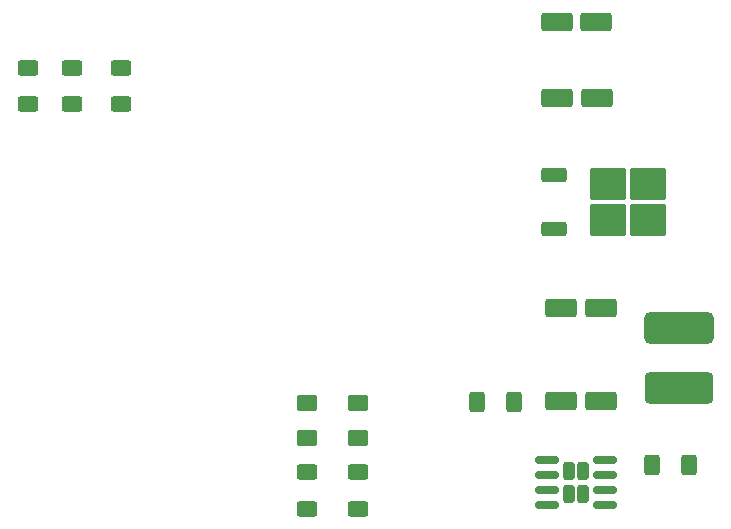
<source format=gbr>
%TF.GenerationSoftware,KiCad,Pcbnew,9.0.7*%
%TF.CreationDate,2026-01-28T06:25:16-03:00*%
%TF.ProjectId,jammerBT_v4,6a616d6d-6572-4425-945f-76342e6b6963,rev?*%
%TF.SameCoordinates,Original*%
%TF.FileFunction,Paste,Bot*%
%TF.FilePolarity,Positive*%
%FSLAX46Y46*%
G04 Gerber Fmt 4.6, Leading zero omitted, Abs format (unit mm)*
G04 Created by KiCad (PCBNEW 9.0.7) date 2026-01-28 06:25:16*
%MOMM*%
%LPD*%
G01*
G04 APERTURE LIST*
G04 Aperture macros list*
%AMRoundRect*
0 Rectangle with rounded corners*
0 $1 Rounding radius*
0 $2 $3 $4 $5 $6 $7 $8 $9 X,Y pos of 4 corners*
0 Add a 4 corners polygon primitive as box body*
4,1,4,$2,$3,$4,$5,$6,$7,$8,$9,$2,$3,0*
0 Add four circle primitives for the rounded corners*
1,1,$1+$1,$2,$3*
1,1,$1+$1,$4,$5*
1,1,$1+$1,$6,$7*
1,1,$1+$1,$8,$9*
0 Add four rect primitives between the rounded corners*
20,1,$1+$1,$2,$3,$4,$5,0*
20,1,$1+$1,$4,$5,$6,$7,0*
20,1,$1+$1,$6,$7,$8,$9,0*
20,1,$1+$1,$8,$9,$2,$3,0*%
G04 Aperture macros list end*
%ADD10RoundRect,0.242500X0.242500X0.527500X-0.242500X0.527500X-0.242500X-0.527500X0.242500X-0.527500X0*%
%ADD11RoundRect,0.150000X0.825000X0.150000X-0.825000X0.150000X-0.825000X-0.150000X0.825000X-0.150000X0*%
%ADD12RoundRect,0.250001X0.624999X-0.462499X0.624999X0.462499X-0.624999X0.462499X-0.624999X-0.462499X0*%
%ADD13RoundRect,0.250000X-0.625000X0.400000X-0.625000X-0.400000X0.625000X-0.400000X0.625000X0.400000X0*%
%ADD14RoundRect,0.250000X-1.075000X-0.550000X1.075000X-0.550000X1.075000X0.550000X-1.075000X0.550000X0*%
%ADD15RoundRect,0.250000X-1.275000X-1.125000X1.275000X-1.125000X1.275000X1.125000X-1.275000X1.125000X0*%
%ADD16RoundRect,0.250000X-0.850000X-0.350000X0.850000X-0.350000X0.850000X0.350000X-0.850000X0.350000X0*%
%ADD17RoundRect,0.250000X-0.400000X-0.625000X0.400000X-0.625000X0.400000X0.625000X-0.400000X0.625000X0*%
%ADD18RoundRect,0.250000X0.400000X0.625000X-0.400000X0.625000X-0.400000X-0.625000X0.400000X-0.625000X0*%
%ADD19RoundRect,0.395250X2.531000X0.922250X-2.531000X0.922250X-2.531000X-0.922250X2.531000X-0.922250X0*%
%ADD20RoundRect,0.395250X2.517250X0.922250X-2.517250X0.922250X-2.517250X-0.922250X2.517250X-0.922250X0*%
G04 APERTURE END LIST*
D10*
%TO.C,U6*%
X184050000Y-120487500D03*
X184050000Y-122387500D03*
X182850000Y-120487500D03*
X182850000Y-122387500D03*
D11*
X185925000Y-119532500D03*
X185925000Y-120802500D03*
X185925000Y-122072500D03*
X185925000Y-123342500D03*
X180975000Y-123342500D03*
X180975000Y-122072500D03*
X180975000Y-120802500D03*
X180975000Y-119532500D03*
%TD*%
D12*
%TO.C,D3*%
X160675000Y-117707500D03*
X160675000Y-114732500D03*
%TD*%
D13*
%TO.C,R2*%
X144910000Y-86317200D03*
X144910000Y-89417200D03*
%TD*%
D14*
%TO.C,C2*%
X182185000Y-114525000D03*
X185535000Y-114525000D03*
%TD*%
D13*
%TO.C,R5*%
X164955000Y-120560000D03*
X164955000Y-123660000D03*
%TD*%
%TO.C,R1*%
X137010000Y-86317200D03*
X137010000Y-89417200D03*
%TD*%
%TO.C,R3*%
X140785000Y-86317200D03*
X140785000Y-89417200D03*
%TD*%
D14*
%TO.C,C5*%
X181810000Y-82425000D03*
X185160000Y-82425000D03*
%TD*%
D15*
%TO.C,U1*%
X186155000Y-96177500D03*
X186155000Y-99227500D03*
X189505000Y-96177500D03*
X189505000Y-99227500D03*
D16*
X181530000Y-99982500D03*
X181530000Y-95422500D03*
%TD*%
D14*
%TO.C,C4*%
X181860000Y-88850000D03*
X185210000Y-88850000D03*
%TD*%
D17*
%TO.C,R7*%
X189855000Y-119990000D03*
X192955000Y-119990000D03*
%TD*%
D12*
%TO.C,D2*%
X164955000Y-117707500D03*
X164955000Y-114732500D03*
%TD*%
D18*
%TO.C,R4*%
X178160000Y-114650000D03*
X175060000Y-114650000D03*
%TD*%
D14*
%TO.C,C3*%
X182185000Y-106675000D03*
X185535000Y-106675000D03*
%TD*%
D19*
%TO.C,J1*%
X192161250Y-108333750D03*
D20*
X192175000Y-113416250D03*
%TD*%
D13*
%TO.C,R6*%
X160665000Y-120560000D03*
X160665000Y-123660000D03*
%TD*%
M02*

</source>
